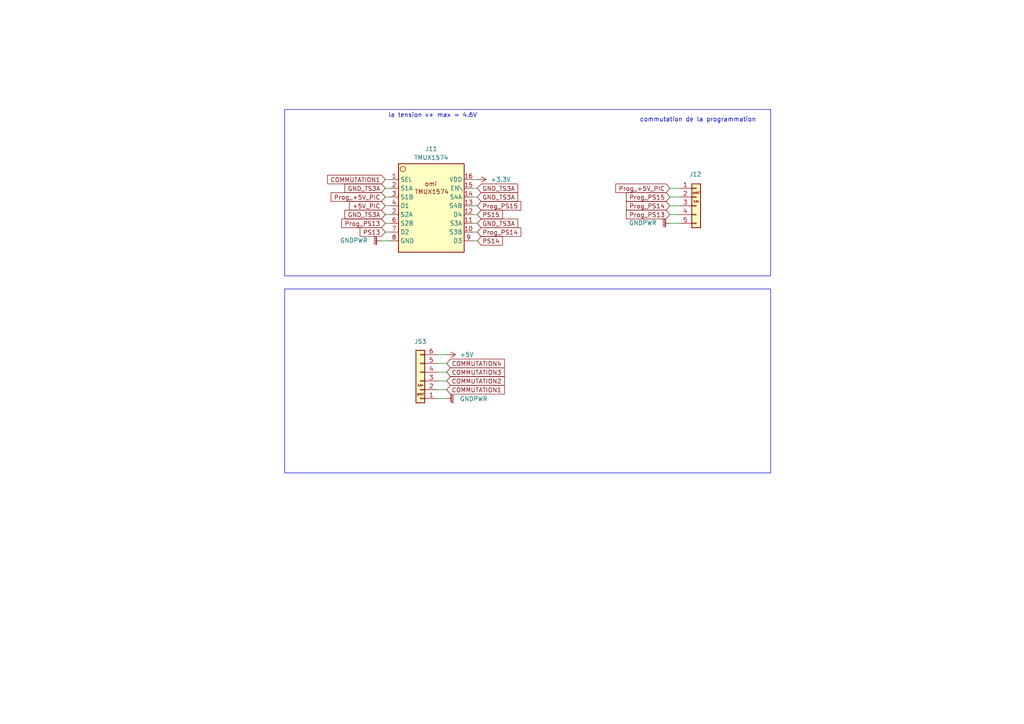
<source format=kicad_sch>
(kicad_sch (version 20231120) (generator "eeschema") (generator_version "8.0")
  (paper "A4")
  (lib_symbols
    (symbol "Omiconnecteur:Conn_01x05_P2.54mm_pinheader_vertical" (pin_names (offset 1.016) hide)
      (property "Reference" "J" (at -1.27 10.16 0))
      (symbol "Conn_01x05_P2.54mm_pinheader_vertical_1_1"
        (rectangle (start -1.27 -2.413) (end 0 -2.667) (stroke (width 0.1524)))
        (rectangle (start -1.27 0.127) (end 0 -0.127) (stroke (width 0.1524)))
        (rectangle (start -1.27 2.667) (end 0 2.413) (stroke (width 0.1524)))
        (rectangle (start -1.27 5.207) (end 0 4.953) (stroke (width 0.1524)))
        (rectangle (start -1.27 7.747) (end 0 7.493) (stroke (width 0.1524)))
        (rectangle (start -1.27 8.89) (end 1.27 -3.81) (stroke (width 0.254)) (fill (type background)))
        (text "2.54" (at 0 3.81 0) (effects (font (size 0.5 0.5))))
        (text "omi" (at 0 6.35 0) (effects (font (size 0.75 0.75))))
        (pin passive line (at -5.08 7.62 0) (length 3.81) (name "Pin_1") (number "1"))
        (pin passive line (at -5.08 5.08 0) (length 3.81) (name "Pin_2") (number "2"))
        (pin passive line (at -5.08 2.54 0) (length 3.81) (name "Pin_3") (number "3"))
        (pin passive line (at -5.08 0 0) (length 3.81) (name "Pin_4") (number "4"))
        (pin passive line (at -5.08 -2.54 0) (length 3.81) (name "Pin_5") (number "5"))
      )
    )
    (symbol "Omiconnecteur:Conn_01x06_P2.54mm_pinheader_vertical" (pin_names (offset 1.016) hide)
      (property "Reference" "J" (at -1.27 10.16 0))
      (symbol "Conn_01x06_P2.54mm_pinheader_vertical_1_1"
        (rectangle (start -1.27 -4.953) (end 0 -5.207) (stroke (width 0.1524)))
        (rectangle (start -1.27 -2.413) (end 0 -2.667) (stroke (width 0.1524)))
        (rectangle (start -1.27 0.127) (end 0 -0.127) (stroke (width 0.1524)))
        (rectangle (start -1.27 2.667) (end 0 2.413) (stroke (width 0.1524)))
        (rectangle (start -1.27 5.207) (end 0 4.953) (stroke (width 0.1524)))
        (rectangle (start -1.27 7.747) (end 0 7.493) (stroke (width 0.1524)))
        (rectangle (start -1.27 8.89) (end 1.27 -6.35) (stroke (width 0.254)) (fill (type background)))
        (text "2.54" (at 0 3.81 0) (effects (font (size 0.5 0.5))))
        (text "omi" (at 0 6.35 0) (effects (font (size 0.75 0.75))))
        (pin passive line (at -5.08 7.62 0) (length 3.81) (name "Pin_1") (number "1"))
        (pin passive line (at -5.08 5.08 0) (length 3.81) (name "Pin_2") (number "2"))
        (pin passive line (at -5.08 2.54 0) (length 3.81) (name "Pin_3") (number "3"))
        (pin passive line (at -5.08 0 0) (length 3.81) (name "Pin_4") (number "4"))
        (pin passive line (at -5.08 -2.54 0) (length 3.81) (name "Pin_5") (number "5"))
        (pin passive line (at -5.08 -5.08 0) (length 3.81) (name "Pin_6") (number "6"))
      )
    )
    (symbol "Omiswitch:TMUX1574"
      (property "Reference" "J" (at 4.572 8.636 0))
      (property "Value" "TMUX1574" (at 4.064 5.588 0))
      (symbol "TMUX1574_0_1"
        (rectangle (start -5.08 3.302) (end 13.97 -22.352) (stroke (width 0.254)) (fill (type background)))
        (circle (center -3.81 1.778) (radius 0.762))
      )
      (symbol "TMUX1574_1_1"
        (text "omi\n" (at 4.318 -2.54 0) (effects (font (size 1.27 1.27))))
        (text "TMUX1574" (at 4.572 -4.826 0) (effects (font (size 1.27 1.27))))
        (pin input line (at -7.62 -1.27 0) (length 2.54) (name "SEL") (number "1"))
        (pin input line (at 16.51 -16.51 180) (length 2.54) (name "S3B") (number "10"))
        (pin input line (at 16.51 -13.97 180) (length 2.54) (name "S3A") (number "11"))
        (pin input line (at 16.51 -11.43 180) (length 2.54) (name "D4") (number "12"))
        (pin input line (at 16.51 -8.89 180) (length 2.54) (name "S4B") (number "13"))
        (pin input line (at 16.51 -6.35 180) (length 2.54) (name "S4A") (number "14"))
        (pin input line (at 16.51 -3.81 180) (length 2.54) (name "EN\\") (number "15"))
        (pin input line (at 16.51 -1.27 180) (length 2.54) (name "VDD") (number "16"))
        (pin input line (at -7.62 -3.81 0) (length 2.54) (name "S1A") (number "2"))
        (pin input line (at -7.62 -11.43 0) (length 2.54) (name "S2A") (number "2"))
        (pin input line (at -7.62 -6.35 0) (length 2.54) (name "S1B") (number "3"))
        (pin input line (at -7.62 -8.89 0) (length 2.54) (name "D1") (number "4"))
        (pin input line (at -7.62 -13.97 0) (length 2.54) (name "S2B") (number "6"))
        (pin input line (at -7.62 -16.51 0) (length 2.54) (name "D2") (number "7"))
        (pin input line (at -7.62 -19.05 0) (length 2.54) (name "GND") (number "8"))
        (pin input line (at 16.51 -19.05 180) (length 2.54) (name "D3") (number "9"))
      )
    )
    (symbol "power:+3.3V" (power) (pin_numbers hide) (pin_names (offset 0) hide)
      (property "Value" "+3.3V" (at 0 3.556 0))
      (symbol "+3.3V_0_1"
        (polyline (pts (xy -0.762 1.27) (xy 0 2.54)))
        (polyline (pts (xy 0 0) (xy 0 2.54)))
        (polyline (pts (xy 0 2.54) (xy 0.762 1.27)))
      )
      (symbol "+3.3V_1_1"
        (pin power_in line (at 0 0 90) (length 0) (name "~") (number "1"))
      )
    )
    (symbol "power:+5V" (power) (pin_numbers hide) (pin_names (offset 0) hide)
      (property "Value" "+5V" (at 0 3.556 0))
      (symbol "+5V_0_1"
        (polyline (pts (xy -0.762 1.27) (xy 0 2.54)))
        (polyline (pts (xy 0 0) (xy 0 2.54)))
        (polyline (pts (xy 0 2.54) (xy 0.762 1.27)))
      )
      (symbol "+5V_1_1"
        (pin power_in line (at 0 0 90) (length 0) (name "~") (number "1"))
      )
    )
    (symbol "power:GNDPWR" (power) (pin_numbers hide) (pin_names (offset 0) hide)
      (property "Value" "GNDPWR" (at 0 -3.302 0))
      (symbol "GNDPWR_0_1"
        (polyline (pts (xy 0 -1.27) (xy 0 0)))
        (polyline (pts (xy -1.016 -1.27) (xy -1.27 -2.032) (xy -1.27 -2.032)) (stroke (width 0.2032)))
        (polyline (pts (xy -0.508 -1.27) (xy -0.762 -2.032) (xy -0.762 -2.032)) (stroke (width 0.2032)))
        (polyline (pts (xy 0 -1.27) (xy -0.254 -2.032) (xy -0.254 -2.032)) (stroke (width 0.2032)))
        (polyline (pts (xy 0.508 -1.27) (xy 0.254 -2.032) (xy 0.254 -2.032)) (stroke (width 0.2032)))
        (polyline (pts (xy 1.016 -1.27) (xy -1.016 -1.27) (xy -1.016 -1.27)) (stroke (width 0.2032)))
        (polyline (pts (xy 1.016 -1.27) (xy 0.762 -2.032) (xy 0.762 -2.032) (xy 0.762 -2.032)) (stroke (width 0.2032)))
      )
      (symbol "GNDPWR_1_1"
        (pin power_in line (at 0 0 270) (length 0) (name "~") (number "1"))
      )
    )
  )
  (wire (pts (xy 129.54 110.49) (xy 127 110.49)))
  (wire (pts (xy 111.76 67.31) (xy 113.03 67.31)))
  (wire (pts (xy 129.54 102.87) (xy 127 102.87)))
  (wire (pts (xy 111.76 59.69) (xy 113.03 59.69)))
  (wire (pts (xy 138.43 62.23) (xy 137.16 62.23)))
  (wire (pts (xy 194.31 59.69) (xy 196.85 59.69)))
  (wire (pts (xy 129.54 107.95) (xy 127 107.95)))
  (wire (pts (xy 138.43 52.07) (xy 137.16 52.07)))
  (wire (pts (xy 111.76 64.77) (xy 113.03 64.77)))
  (wire (pts (xy 111.76 57.15) (xy 113.03 57.15)))
  (wire (pts (xy 138.43 57.15) (xy 137.16 57.15)))
  (wire (pts (xy 194.31 54.61) (xy 196.85 54.61)))
  (wire (pts (xy 129.54 115.57) (xy 127 115.57)))
  (wire (pts (xy 138.43 54.61) (xy 137.16 54.61)))
  (wire (pts (xy 138.43 64.77) (xy 137.16 64.77)))
  (wire (pts (xy 111.76 54.61) (xy 113.03 54.61)))
  (wire (pts (xy 110.49 69.85) (xy 113.03 69.85)))
  (wire (pts (xy 129.54 113.03) (xy 127 113.03)))
  (wire (pts (xy 138.43 59.69) (xy 137.16 59.69)))
  (wire (pts (xy 129.54 105.41) (xy 127 105.41)))
  (wire (pts (xy 194.31 62.23) (xy 196.85 62.23)))
  (wire (pts (xy 111.76 62.23) (xy 113.03 62.23)))
  (wire (pts (xy 194.31 64.77) (xy 196.85 64.77)))
  (wire (pts (xy 111.76 52.07) (xy 113.03 52.07)))
  (wire (pts (xy 138.43 67.31) (xy 137.16 67.31)))
  (wire (pts (xy 138.43 69.85) (xy 137.16 69.85)))
  (wire (pts (xy 194.31 57.15) (xy 196.85 57.15)))
  (rectangle (start 82.55 83.82) (end 223.52 137.16))
  (rectangle (start 82.55 31.75) (end 223.52 80.01))
  (text "la tension v+ max = 4.6V " (at 125.984 33.528 0) (effects (font (size 1.27 1.27))))
  (text "commutation de la programmation\n" (at 202.438 34.798 0) (effects (font (size 1.27 1.27))))
  (global_label "COMMUTATION1" (shape input) (at 129.54 113.03 0) (property "Intersheetrefs" "${INTERSHEET_REFS}" (effects (hide yes))))
  (global_label "GND_TS3A" (shape input) (at 138.43 54.61 0) (property "Intersheetrefs" "${INTERSHEET_REFS}" (effects (hide yes))))
  (global_label "Prog_PS14" (shape input) (at 138.43 67.31 0) (property "Intersheetrefs" "${INTERSHEET_REFS}" (effects (hide yes))))
  (global_label "PS15" (shape input) (at 138.43 62.23 0) (property "Intersheetrefs" "${INTERSHEET_REFS}" (effects (hide yes))))
  (global_label "Prog_+5V_PIC" (shape input) (at 194.31 54.61 180) (property "Intersheetrefs" "${INTERSHEET_REFS}" (effects (hide yes))))
  (global_label "Prog_PS13" (shape input) (at 111.76 64.77 180) (property "Intersheetrefs" "${INTERSHEET_REFS}" (effects (hide yes))))
  (global_label "COMMUTATION2" (shape input) (at 129.54 110.49 0) (property "Intersheetrefs" "${INTERSHEET_REFS}" (effects (hide yes))))
  (global_label "GND_TS3A" (shape input) (at 111.76 54.61 180) (property "Intersheetrefs" "${INTERSHEET_REFS}" (effects (hide yes))))
  (global_label "Prog_PS13" (shape input) (at 194.31 62.23 180) (property "Intersheetrefs" "${INTERSHEET_REFS}" (effects (hide yes))))
  (global_label "Prog_+5V_PIC" (shape input) (at 111.76 57.15 180) (property "Intersheetrefs" "${INTERSHEET_REFS}" (effects (hide yes))))
  (global_label "GND_TS3A" (shape input) (at 111.76 62.23 180) (property "Intersheetrefs" "${INTERSHEET_REFS}" (effects (hide yes))))
  (global_label "Prog_PS15" (shape input) (at 138.43 59.69 0) (property "Intersheetrefs" "${INTERSHEET_REFS}" (effects (hide yes))))
  (global_label "COMMUTATION1" (shape input) (at 111.76 52.07 180) (property "Intersheetrefs" "${INTERSHEET_REFS}" (effects (hide yes))))
  (global_label "GND_TS3A" (shape input) (at 138.43 64.77 0) (property "Intersheetrefs" "${INTERSHEET_REFS}" (effects (hide yes))))
  (global_label "PS13" (shape input) (at 111.76 67.31 180) (property "Intersheetrefs" "${INTERSHEET_REFS}" (effects (hide yes))))
  (global_label "COMMUTATION3" (shape input) (at 129.54 107.95 0) (property "Intersheetrefs" "${INTERSHEET_REFS}" (effects (hide yes))))
  (global_label "Prog_PS14" (shape input) (at 194.31 59.69 180) (property "Intersheetrefs" "${INTERSHEET_REFS}" (effects (hide yes))))
  (global_label "+5V_PIC" (shape input) (at 111.76 59.69 180) (property "Intersheetrefs" "${INTERSHEET_REFS}" (effects (hide yes))))
  (global_label "PS14" (shape input) (at 138.43 69.85 0) (property "Intersheetrefs" "${INTERSHEET_REFS}" (effects (hide yes))))
  (global_label "GND_TS3A" (shape input) (at 138.43 57.15 0) (property "Intersheetrefs" "${INTERSHEET_REFS}" (effects (hide yes))))
  (global_label "Prog_PS15" (shape input) (at 194.31 57.15 180) (property "Intersheetrefs" "${INTERSHEET_REFS}" (effects (hide yes))))
  (global_label "COMMUTATION4" (shape input) (at 129.54 105.41 0) (property "Intersheetrefs" "${INTERSHEET_REFS}" (effects (hide yes))))
  (symbol (lib_id "power:GNDPWR") (at 110.49 69.85 270) (unit 1)
    (property "Reference" "#PWR0109" (effects (hide yes)))
    (property "Value" "GNDPWR" (at 106.68 69.7229 90) (effects (justify right)))
    (property "Description" "Power symbol creates a global label with name \"GNDPWR\" , global ground" (effects (hide yes)))
  )
  (symbol (lib_id "power:+3.3V") (at 138.43 52.07 270) (unit 1)
    (property "Reference" "#PWR028" (effects (hide yes)))
    (property "Value" "+3.3V" (at 142.24 52.0699 90) (effects (justify left)))
    (property "Description" "Power symbol creates a global label with name \"+3.3V\"" (effects (hide yes)))
  )
  (symbol (lib_id "power:GNDPWR") (at 129.54 115.57 90) (unit 1)
    (property "Reference" "#PWR0111" (effects (hide yes)))
    (property "Value" "GNDPWR" (at 133.35 115.6969 90) (effects (justify right)))
    (property "Description" "Power symbol creates a global label with name \"GNDPWR\" , global ground" (effects (hide yes)))
  )
  (symbol (lib_id "Omiconnecteur:Conn_01x06_P2.54mm_pinheader_vertical") (at 121.92 107.95 180) (unit 1)
    (property "Reference" "J53" (at 121.92 99.06 0))
    (property "Value" "Conn_01x06_P2.54mm_pinheader_vertical" (effects (hide yes)))
    (property "Footprint" "Omiconnecteur:PinHeader_1x06_P2.54mm_V_omi" (effects (hide yes)))
    (property "Datasheet" "https://cdn.amphenol-cs.com/media/wysiwyg/files/documentation/datasheet/boardwiretoboard/bwb_bergstik.pdf" (effects (hide yes)))
    (property "Description" "Generic connector, single row, 01x08, script generated (kicad-library-utils/schlib/autogen/connector/)" (effects (hide yes)))
    (property "Fabriquant" "Amphenol" (effects (hide yes)))
    (property "Fabreference" "77311-102-36LF" (effects (hide yes)))
    (property "Omicron" "9069605" (effects (hide yes)))
    (property "Distributeur1" "DK:609-6203-ND" (effects (hide yes)))
    (property "Distributeur2" "M:77311-102-36LF" (effects (hide yes)))
  )
  (symbol (lib_id "power:+5V") (at 129.54 102.87 270) (unit 1)
    (property "Reference" "#PWR020" (effects (hide yes)))
    (property "Value" "+5V" (at 133.35 102.8699 90) (effects (justify left)))
    (property "Description" "Power symbol creates a global label with name \"+5V\"" (effects (hide yes)))
  )
  (symbol (lib_id "Omiconnecteur:Conn_01x05_P2.54mm_pinheader_vertical") (at 201.93 62.23 0) (unit 1)
    (property "Reference" "J12" (at 199.898 50.546 0) (effects (justify left)))
    (property "Value" "Conn_01x05_P2.54mm_pinheader_vertical" (effects (hide yes)))
    (property "Footprint" "Omiconnecteur:PinHeader_1x05_P2.54mm_V_omi" (effects (hide yes)))
    (property "Datasheet" "https://cdn.amphenol-cs.com/media/wysiwyg/files/documentation/datasheet/boardwiretoboard/bwb_bergstik.pdf" (effects (hide yes)))
    (property "Description" "Generic connector, single row, 01x08, script generated (kicad-library-utils/schlib/autogen/connector/)" (effects (hide yes)))
    (property "Fabriquant" "Amphenol" (effects (hide yes)))
    (property "Fabreference" "77311-102-36LF" (effects (hide yes)))
    (property "Omicron" "9069605" (effects (hide yes)))
    (property "Distributeur1" "DK:609-6203-ND" (effects (hide yes)))
    (property "Distributeur2" "M:77311-102-36LF" (effects (hide yes)))
  )
  (symbol (lib_id "power:GNDPWR") (at 194.31 64.77 270) (unit 1)
    (property "Reference" "#PWR0110" (effects (hide yes)))
    (property "Value" "GNDPWR" (at 190.5 64.6429 90) (effects (justify right)))
    (property "Description" "Power symbol creates a global label with name \"GNDPWR\" , global ground" (effects (hide yes)))
  )
  (symbol (lib_id "Omiswitch:TMUX1574") (at 120.65 50.8 0) (unit 1)
    (property "Reference" "J11" (at 125.095 43.18 0))
    (property "Value" "TMUX1574" (at 125.095 45.72 0))
    (property "Footprint" "OmiEntreeSortie:TMUX1574" (effects (hide yes)))
    (property "Datasheet" "https://www.ti.com/general/docs/suppproductinfo.tsp?distId=10&gotoUrl=https%3A%2F%2Fwww.ti.com%2Flit%2Fgpn%2Ftmux1574" (effects (hide yes)))
    (property "Description" "IC SWITCH SPDTX4 4.5OHM 16TSSOP" (effects (hide yes)))
    (property "Fabriquant " "Texas Instruments" (effects (hide yes)))
    (property "Fabreference" "TMUX1574PWR" (effects (hide yes)))
    (property "Omicron" "NC" (effects (hide yes)))
    (property "Distributeur1" "DK:296-53444-2-ND" (effects (hide yes)))
    (property "Distributeur2" "M:595-TMUX1574PWR" (effects (hide yes)))
  )
)
</source>
